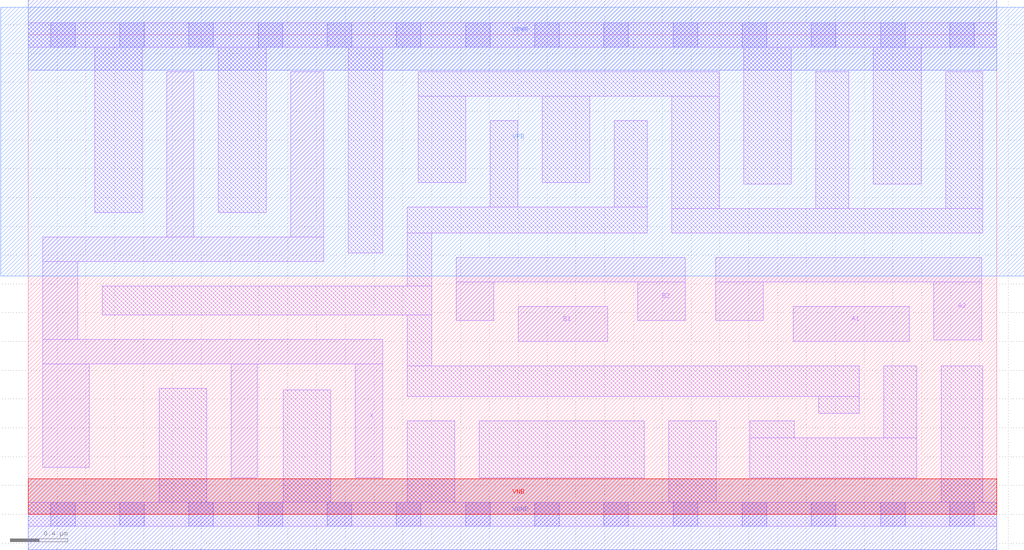
<source format=lef>
# Copyright 2020 The SkyWater PDK Authors
#
# Licensed under the Apache License, Version 2.0 (the "License");
# you may not use this file except in compliance with the License.
# You may obtain a copy of the License at
#
#     https://www.apache.org/licenses/LICENSE-2.0
#
# Unless required by applicable law or agreed to in writing, software
# distributed under the License is distributed on an "AS IS" BASIS,
# WITHOUT WARRANTIES OR CONDITIONS OF ANY KIND, either express or implied.
# See the License for the specific language governing permissions and
# limitations under the License.
#
# SPDX-License-Identifier: Apache-2.0

VERSION 5.7 ;
  NOWIREEXTENSIONATPIN ON ;
  DIVIDERCHAR "/" ;
  BUSBITCHARS "[]" ;
MACRO sky130_fd_sc_lp__a22o_4
  CLASS CORE ;
  FOREIGN sky130_fd_sc_lp__a22o_4 ;
  ORIGIN  0.000000  0.000000 ;
  SIZE  6.720000 BY  3.330000 ;
  SYMMETRY X Y R90 ;
  SITE unit ;
  PIN A1
    ANTENNAGATEAREA  0.630000 ;
    DIRECTION INPUT ;
    USE SIGNAL ;
    PORT
      LAYER li1 ;
        RECT 5.310000 1.200000 6.115000 1.445000 ;
    END
  END A1
  PIN A2
    ANTENNAGATEAREA  0.630000 ;
    DIRECTION INPUT ;
    USE SIGNAL ;
    PORT
      LAYER li1 ;
        RECT 4.770000 1.345000 5.100000 1.615000 ;
        RECT 4.770000 1.615000 6.615000 1.785000 ;
        RECT 6.285000 1.210000 6.615000 1.615000 ;
    END
  END A2
  PIN B1
    ANTENNAGATEAREA  0.630000 ;
    DIRECTION INPUT ;
    USE SIGNAL ;
    PORT
      LAYER li1 ;
        RECT 3.400000 1.200000 4.020000 1.445000 ;
    END
  END B1
  PIN B2
    ANTENNAGATEAREA  0.630000 ;
    DIRECTION INPUT ;
    USE SIGNAL ;
    PORT
      LAYER li1 ;
        RECT 2.970000 1.345000 3.230000 1.615000 ;
        RECT 2.970000 1.615000 4.560000 1.785000 ;
        RECT 4.230000 1.345000 4.560000 1.615000 ;
    END
  END B2
  PIN X
    ANTENNADIFFAREA  1.176000 ;
    DIRECTION OUTPUT ;
    USE SIGNAL ;
    PORT
      LAYER li1 ;
        RECT 0.100000 0.325000 0.425000 1.045000 ;
        RECT 0.100000 1.045000 2.460000 1.215000 ;
        RECT 0.100000 1.215000 0.345000 1.755000 ;
        RECT 0.100000 1.755000 2.050000 1.925000 ;
        RECT 0.960000 1.925000 1.150000 3.075000 ;
        RECT 1.410000 0.255000 1.590000 1.045000 ;
        RECT 1.820000 1.925000 2.050000 3.075000 ;
        RECT 2.270000 0.255000 2.460000 1.045000 ;
    END
  END X
  PIN VGND
    DIRECTION INOUT ;
    USE GROUND ;
    PORT
      LAYER met1 ;
        RECT 0.000000 -0.245000 6.720000 0.245000 ;
    END
  END VGND
  PIN VNB
    DIRECTION INOUT ;
    USE GROUND ;
    PORT
      LAYER pwell ;
        RECT 0.000000 0.000000 6.720000 0.245000 ;
    END
  END VNB
  PIN VPB
    DIRECTION INOUT ;
    USE POWER ;
    PORT
      LAYER nwell ;
        RECT -0.190000 1.655000 6.910000 3.520000 ;
    END
  END VPB
  PIN VPWR
    DIRECTION INOUT ;
    USE POWER ;
    PORT
      LAYER met1 ;
        RECT 0.000000 3.085000 6.720000 3.575000 ;
    END
  END VPWR
  OBS
    LAYER li1 ;
      RECT 0.000000 -0.085000 6.720000 0.085000 ;
      RECT 0.000000  3.245000 6.720000 3.415000 ;
      RECT 0.460000  2.095000 0.790000 3.245000 ;
      RECT 0.515000  1.385000 2.800000 1.585000 ;
      RECT 0.910000  0.085000 1.240000 0.875000 ;
      RECT 1.320000  2.095000 1.650000 3.245000 ;
      RECT 1.770000  0.085000 2.100000 0.865000 ;
      RECT 2.220000  1.815000 2.460000 3.245000 ;
      RECT 2.630000  0.085000 2.960000 0.650000 ;
      RECT 2.630000  0.820000 5.765000 1.030000 ;
      RECT 2.630000  1.030000 2.800000 1.385000 ;
      RECT 2.630000  1.585000 2.800000 1.955000 ;
      RECT 2.630000  1.955000 4.295000 2.135000 ;
      RECT 2.705000  2.305000 3.035000 2.905000 ;
      RECT 2.705000  2.905000 4.795000 3.075000 ;
      RECT 3.130000  0.255000 4.275000 0.650000 ;
      RECT 3.205000  2.135000 3.395000 2.735000 ;
      RECT 3.565000  2.305000 3.895000 2.905000 ;
      RECT 4.065000  2.135000 4.295000 2.735000 ;
      RECT 4.445000  0.085000 4.775000 0.650000 ;
      RECT 4.465000  1.955000 6.625000 2.125000 ;
      RECT 4.465000  2.125000 4.795000 2.905000 ;
      RECT 4.965000  2.295000 5.295000 3.245000 ;
      RECT 5.005000  0.255000 6.165000 0.530000 ;
      RECT 5.005000  0.530000 5.315000 0.650000 ;
      RECT 5.465000  2.125000 5.695000 3.075000 ;
      RECT 5.485000  0.700000 5.765000 0.820000 ;
      RECT 5.865000  2.295000 6.195000 3.245000 ;
      RECT 5.935000  0.530000 6.165000 1.030000 ;
      RECT 6.335000  0.085000 6.625000 1.030000 ;
      RECT 6.365000  2.125000 6.625000 3.075000 ;
    LAYER mcon ;
      RECT 0.155000 -0.085000 0.325000 0.085000 ;
      RECT 0.155000  3.245000 0.325000 3.415000 ;
      RECT 0.635000 -0.085000 0.805000 0.085000 ;
      RECT 0.635000  3.245000 0.805000 3.415000 ;
      RECT 1.115000 -0.085000 1.285000 0.085000 ;
      RECT 1.115000  3.245000 1.285000 3.415000 ;
      RECT 1.595000 -0.085000 1.765000 0.085000 ;
      RECT 1.595000  3.245000 1.765000 3.415000 ;
      RECT 2.075000 -0.085000 2.245000 0.085000 ;
      RECT 2.075000  3.245000 2.245000 3.415000 ;
      RECT 2.555000 -0.085000 2.725000 0.085000 ;
      RECT 2.555000  3.245000 2.725000 3.415000 ;
      RECT 3.035000 -0.085000 3.205000 0.085000 ;
      RECT 3.035000  3.245000 3.205000 3.415000 ;
      RECT 3.515000 -0.085000 3.685000 0.085000 ;
      RECT 3.515000  3.245000 3.685000 3.415000 ;
      RECT 3.995000 -0.085000 4.165000 0.085000 ;
      RECT 3.995000  3.245000 4.165000 3.415000 ;
      RECT 4.475000 -0.085000 4.645000 0.085000 ;
      RECT 4.475000  3.245000 4.645000 3.415000 ;
      RECT 4.955000 -0.085000 5.125000 0.085000 ;
      RECT 4.955000  3.245000 5.125000 3.415000 ;
      RECT 5.435000 -0.085000 5.605000 0.085000 ;
      RECT 5.435000  3.245000 5.605000 3.415000 ;
      RECT 5.915000 -0.085000 6.085000 0.085000 ;
      RECT 5.915000  3.245000 6.085000 3.415000 ;
      RECT 6.395000 -0.085000 6.565000 0.085000 ;
      RECT 6.395000  3.245000 6.565000 3.415000 ;
  END
END sky130_fd_sc_lp__a22o_4
END LIBRARY

</source>
